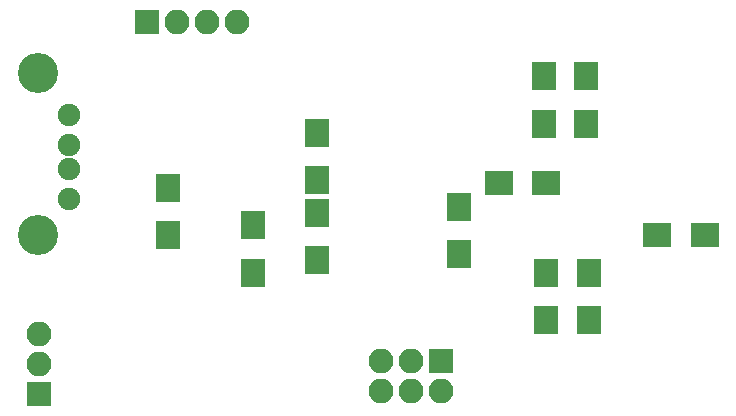
<source format=gbs>
G04 #@! TF.FileFunction,Soldermask,Bot*
%FSLAX46Y46*%
G04 Gerber Fmt 4.6, Leading zero omitted, Abs format (unit mm)*
G04 Created by KiCad (PCBNEW 4.0.5+dfsg1-4) date Sun Jul 16 22:59:55 2017*
%MOMM*%
%LPD*%
G01*
G04 APERTURE LIST*
%ADD10C,0.100000*%
%ADD11R,2.400000X2.000000*%
%ADD12R,2.000000X2.400000*%
%ADD13R,2.100000X2.100000*%
%ADD14O,2.100000X2.100000*%
%ADD15C,1.900000*%
%ADD16C,3.400000*%
%ADD17R,2.400000X2.100000*%
G04 APERTURE END LIST*
D10*
D11*
X182050000Y-105850000D03*
X186050000Y-105850000D03*
D12*
X176250000Y-109050000D03*
X176250000Y-113050000D03*
X172450000Y-96450000D03*
X172450000Y-92450000D03*
X172650000Y-109050000D03*
X172650000Y-113050000D03*
X165250000Y-103500000D03*
X165250000Y-107500000D03*
X176050000Y-96450000D03*
X176050000Y-92450000D03*
X153250000Y-104000000D03*
X153250000Y-108000000D03*
X153250000Y-101250000D03*
X153250000Y-97250000D03*
X147850000Y-105050000D03*
X147850000Y-109050000D03*
X140650000Y-101850000D03*
X140650000Y-105850000D03*
D13*
X138850000Y-87850000D03*
D14*
X141390000Y-87850000D03*
X143930000Y-87850000D03*
X146470000Y-87850000D03*
D15*
X132250000Y-102860000D03*
X132250000Y-100320000D03*
X132250000Y-98290000D03*
X132250000Y-95750000D03*
D16*
X129580000Y-105910000D03*
X129580000Y-92190000D03*
D13*
X129655000Y-119305000D03*
D14*
X129655000Y-116765000D03*
X129655000Y-114225000D03*
D17*
X168650000Y-101450000D03*
X172650000Y-101450000D03*
D13*
X163750000Y-116500000D03*
D14*
X163750000Y-119040000D03*
X161210000Y-116500000D03*
X161210000Y-119040000D03*
X158670000Y-116500000D03*
X158670000Y-119040000D03*
M02*

</source>
